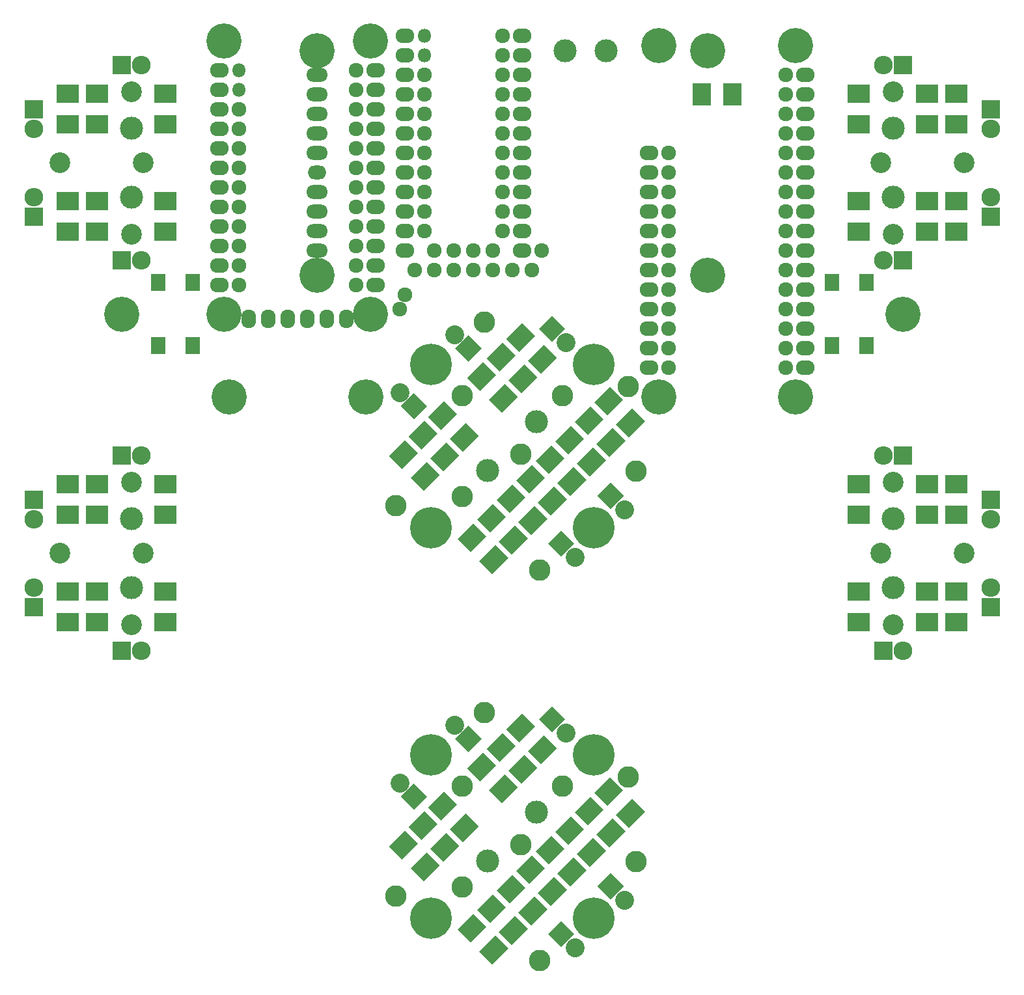
<source format=gbs>
%TF.GenerationSoftware,KiCad,Pcbnew,4.1.0-alpha+201609021633+7109~49~ubuntu16.04.1-product*%
%TF.CreationDate,2016-09-14T14:47:56+05:30*%
%TF.ProjectId,OTS2,4F5453322E6B696361645F7063620000,rev?*%
%TF.FileFunction,Soldermask,Bot*%
%FSLAX46Y46*%
G04 Gerber Fmt 4.6, Leading zero omitted, Abs format (unit mm)*
G04 Created by KiCad (PCBNEW 4.1.0-alpha+201609021633+7109~49~ubuntu16.04.1-product) date Wed Sep 14 14:47:56 2016*
%MOMM*%
%LPD*%
G01*
G04 APERTURE LIST*
%ADD10C,0.101600*%
%ADD11R,2.432000X2.432000*%
%ADD12O,2.432000X2.432000*%
%ADD13C,2.700000*%
%ADD14C,3.000000*%
%ADD15R,2.900000X2.400000*%
%ADD16C,2.432000*%
%ADD17C,2.800000*%
%ADD18C,5.400000*%
%ADD19O,2.813000X1.797000*%
%ADD20O,2.432000X1.797000*%
%ADD21C,4.572000*%
%ADD22O,2.432000X1.924000*%
%ADD23C,1.924000*%
%ADD24R,1.924000X2.178000*%
%ADD25O,1.924000X2.432000*%
%ADD26O,1.924000X1.924000*%
%ADD27O,1.797000X1.797000*%
%ADD28R,2.400000X2.900000*%
G04 APERTURE END LIST*
D10*
D11*
X154305000Y-98425000D03*
D12*
X154305000Y-95885000D03*
D13*
X140035000Y-91440000D03*
D14*
X141605000Y-95940000D03*
D13*
X141605000Y-100700000D03*
D14*
X141605000Y-86940000D03*
D13*
X141605000Y-82180000D03*
X150865000Y-91440000D03*
D10*
G36*
X102756953Y-122587563D02*
X104807563Y-120536953D01*
X106504619Y-122234009D01*
X104454009Y-124284619D01*
X102756953Y-122587563D01*
X102756953Y-122587563D01*
G37*
G36*
X105585381Y-125415991D02*
X107635991Y-123365381D01*
X109333047Y-125062437D01*
X107282437Y-127113047D01*
X105585381Y-125415991D01*
X105585381Y-125415991D01*
G37*
G36*
X97676953Y-127667563D02*
X99727563Y-125616953D01*
X101424619Y-127314009D01*
X99374009Y-129364619D01*
X97676953Y-127667563D01*
X97676953Y-127667563D01*
G37*
G36*
X100505381Y-130495991D02*
X102555991Y-128445381D01*
X104253047Y-130142437D01*
X102202437Y-132193047D01*
X100505381Y-130495991D01*
X100505381Y-130495991D01*
G37*
G36*
X106793047Y-127602437D02*
X104742437Y-129653047D01*
X103045381Y-127955991D01*
X105095991Y-125905381D01*
X106793047Y-127602437D01*
X106793047Y-127602437D01*
G37*
G36*
X103964619Y-124774009D02*
X101914009Y-126824619D01*
X100216953Y-125127563D01*
X102267563Y-123076953D01*
X103964619Y-124774009D01*
X103964619Y-124774009D01*
G37*
G36*
X101713047Y-132682437D02*
X99662437Y-134733047D01*
X97965381Y-133035991D01*
X100015991Y-130985381D01*
X101713047Y-132682437D01*
X101713047Y-132682437D01*
G37*
G36*
X98884619Y-129854009D02*
X96834009Y-131904619D01*
X95136953Y-130207563D01*
X97187563Y-128156953D01*
X98884619Y-129854009D01*
X98884619Y-129854009D01*
G37*
G36*
X92596953Y-132747563D02*
X94647563Y-130696953D01*
X96344619Y-132394009D01*
X94294009Y-134444619D01*
X92596953Y-132747563D01*
X92596953Y-132747563D01*
G37*
G36*
X95425381Y-135575991D02*
X97475991Y-133525381D01*
X99173047Y-135222437D01*
X97122437Y-137273047D01*
X95425381Y-135575991D01*
X95425381Y-135575991D01*
G37*
G36*
X96633047Y-137762437D02*
X94582437Y-139813047D01*
X92885381Y-138115991D01*
X94935991Y-136065381D01*
X96633047Y-137762437D01*
X96633047Y-137762437D01*
G37*
G36*
X93804619Y-134934009D02*
X91754009Y-136984619D01*
X90056953Y-135287563D01*
X92107563Y-133236953D01*
X93804619Y-134934009D01*
X93804619Y-134934009D01*
G37*
G36*
X94093047Y-140302437D02*
X92042437Y-142353047D01*
X90345381Y-140655991D01*
X92395991Y-138605381D01*
X94093047Y-140302437D01*
X94093047Y-140302437D01*
G37*
G36*
X91264619Y-137474009D02*
X89214009Y-139524619D01*
X87516953Y-137827563D01*
X89567563Y-135776953D01*
X91264619Y-137474009D01*
X91264619Y-137474009D01*
G37*
G36*
X87743047Y-126967437D02*
X85692437Y-129018047D01*
X83995381Y-127320991D01*
X86045991Y-125270381D01*
X87743047Y-126967437D01*
X87743047Y-126967437D01*
G37*
G36*
X84914619Y-124139009D02*
X82864009Y-126189619D01*
X81166953Y-124492563D01*
X83217563Y-122441953D01*
X84914619Y-124139009D01*
X84914619Y-124139009D01*
G37*
G36*
X76086953Y-129572563D02*
X78137563Y-127521953D01*
X79834619Y-129219009D01*
X77784009Y-131269619D01*
X76086953Y-129572563D01*
X76086953Y-129572563D01*
G37*
G36*
X78915381Y-132400991D02*
X80965991Y-130350381D01*
X82663047Y-132047437D01*
X80612437Y-134098047D01*
X78915381Y-132400991D01*
X78915381Y-132400991D01*
G37*
G36*
X84976953Y-140367563D02*
X87027563Y-138316953D01*
X88724619Y-140014009D01*
X86674009Y-142064619D01*
X84976953Y-140367563D01*
X84976953Y-140367563D01*
G37*
G36*
X87805381Y-143195991D02*
X89855991Y-141145381D01*
X91553047Y-142842437D01*
X89502437Y-144893047D01*
X87805381Y-143195991D01*
X87805381Y-143195991D01*
G37*
G36*
X85203047Y-129507437D02*
X83152437Y-131558047D01*
X81455381Y-129860991D01*
X83505991Y-127810381D01*
X85203047Y-129507437D01*
X85203047Y-129507437D01*
G37*
G36*
X82374619Y-126679009D02*
X80324009Y-128729619D01*
X78626953Y-127032563D01*
X80677563Y-124981953D01*
X82374619Y-126679009D01*
X82374619Y-126679009D01*
G37*
G36*
X95363047Y-119347437D02*
X93312437Y-121398047D01*
X91615381Y-119700991D01*
X93665991Y-117650381D01*
X95363047Y-119347437D01*
X95363047Y-119347437D01*
G37*
G36*
X92534619Y-116519009D02*
X90484009Y-118569619D01*
X88786953Y-116872563D01*
X90837563Y-114821953D01*
X92534619Y-116519009D01*
X92534619Y-116519009D01*
G37*
G36*
X91326953Y-114332563D02*
X93377563Y-112281953D01*
X95074619Y-113979009D01*
X93024009Y-116029619D01*
X91326953Y-114332563D01*
X91326953Y-114332563D01*
G37*
G36*
X94155381Y-117160991D02*
X96205991Y-115110381D01*
X97903047Y-116807437D01*
X95852437Y-118858047D01*
X94155381Y-117160991D01*
X94155381Y-117160991D01*
G37*
G36*
X86246953Y-119412563D02*
X88297563Y-117361953D01*
X89994619Y-119059009D01*
X87944009Y-121109619D01*
X86246953Y-119412563D01*
X86246953Y-119412563D01*
G37*
G36*
X89075381Y-122240991D02*
X91125991Y-120190381D01*
X92823047Y-121887437D01*
X90772437Y-123938047D01*
X89075381Y-122240991D01*
X89075381Y-122240991D01*
G37*
D15*
X38100000Y-82455000D03*
X38100000Y-86455000D03*
X46990000Y-82455000D03*
X46990000Y-86455000D03*
X38100000Y-96425000D03*
X38100000Y-100425000D03*
X34290000Y-82455000D03*
X34290000Y-86455000D03*
X46990000Y-96425000D03*
X46990000Y-100425000D03*
X34290000Y-96425000D03*
X34290000Y-100425000D03*
X149860000Y-100425000D03*
X149860000Y-96425000D03*
X146050000Y-100425000D03*
X146050000Y-96425000D03*
X149860000Y-86455000D03*
X149860000Y-82455000D03*
X137160000Y-100425000D03*
X137160000Y-96425000D03*
X137160000Y-86455000D03*
X137160000Y-82455000D03*
X146050000Y-86455000D03*
X146050000Y-82455000D03*
D13*
X44115000Y-91440000D03*
D14*
X42545000Y-86940000D03*
D13*
X42545000Y-82180000D03*
D14*
X42545000Y-95940000D03*
D13*
X42545000Y-100700000D03*
X33285000Y-91440000D03*
D11*
X29845000Y-98425000D03*
D12*
X29845000Y-95885000D03*
D11*
X29845000Y-84455000D03*
D12*
X29845000Y-86995000D03*
D11*
X41275000Y-78740000D03*
D12*
X43815000Y-78740000D03*
D11*
X41275000Y-104140000D03*
D12*
X43815000Y-104140000D03*
D11*
X154305000Y-84455000D03*
D12*
X154305000Y-86995000D03*
D11*
X140335000Y-104140000D03*
D12*
X142875000Y-104140000D03*
D11*
X142875000Y-78740000D03*
D12*
X140335000Y-78740000D03*
D10*
G36*
X79266040Y-121361378D02*
X80985724Y-123081062D01*
X79266040Y-124800746D01*
X77546356Y-123081062D01*
X79266040Y-121361378D01*
X79266040Y-121361378D01*
G37*
D16*
X77469989Y-121285011D02*
X77469989Y-121285011D01*
D17*
X93185158Y-129380158D03*
D18*
X81468398Y-117663398D03*
D17*
X85527191Y-134817809D03*
D18*
X102681602Y-138876602D03*
D17*
X98622809Y-121722191D03*
D18*
X81468398Y-138876602D03*
X102681602Y-117663398D03*
D14*
X88893019Y-131451981D03*
X95256981Y-125088019D03*
D17*
X76971199Y-136019890D03*
X85527191Y-121722191D03*
X88468755Y-112119681D03*
X95681245Y-144420319D03*
X108154608Y-131522691D03*
X107178801Y-120520110D03*
D10*
G36*
X98425000Y-142689684D02*
X96705316Y-140970000D01*
X98425000Y-139250316D01*
X100144684Y-140970000D01*
X98425000Y-142689684D01*
X98425000Y-142689684D01*
G37*
D16*
X100221051Y-142766051D02*
X100221051Y-142766051D01*
D10*
G36*
X86360000Y-113850316D02*
X88079684Y-115570000D01*
X86360000Y-117289684D01*
X84640316Y-115570000D01*
X86360000Y-113850316D01*
X86360000Y-113850316D01*
G37*
D16*
X84563949Y-113773949D02*
X84563949Y-113773949D01*
D10*
G36*
X104883949Y-136448633D02*
X103164265Y-134728949D01*
X104883949Y-133009265D01*
X106603633Y-134728949D01*
X104883949Y-136448633D01*
X104883949Y-136448633D01*
G37*
D16*
X106680000Y-136525000D02*
X106680000Y-136525000D01*
D10*
G36*
X97263949Y-114749684D02*
X95544265Y-113030000D01*
X97263949Y-111310316D01*
X98983633Y-113030000D01*
X97263949Y-114749684D01*
X97263949Y-114749684D01*
G37*
D16*
X99060000Y-114826051D02*
X99060000Y-114826051D01*
D17*
X93185158Y-78580158D03*
D18*
X81468398Y-66863398D03*
D17*
X85527191Y-84017809D03*
D18*
X102681602Y-88076602D03*
D17*
X98622809Y-70922191D03*
D18*
X81468398Y-88076602D03*
X102681602Y-66863398D03*
D14*
X88893019Y-80651981D03*
X95256981Y-74288019D03*
D17*
X76971199Y-85219890D03*
X85527191Y-70922191D03*
X88468755Y-61319681D03*
X95681245Y-93620319D03*
X108154608Y-80722691D03*
X107178801Y-69720110D03*
D19*
X66675000Y-29210000D03*
X66675000Y-31750000D03*
X66675000Y-34290000D03*
X66675000Y-36830000D03*
X66675000Y-39370000D03*
D20*
X66675000Y-41910000D03*
D19*
X66675000Y-44450000D03*
X66675000Y-46990000D03*
X66675000Y-49530000D03*
X66675000Y-52070000D03*
D21*
X66675000Y-55245000D03*
X117475000Y-55245000D03*
X117475000Y-26035000D03*
X66675000Y-26035000D03*
D22*
X109855000Y-67310000D03*
X109855000Y-64770000D03*
X109855000Y-62230000D03*
X109855000Y-59690000D03*
X109855000Y-57150000D03*
X109855000Y-54610000D03*
X109855000Y-52070000D03*
X109855000Y-49530000D03*
X109855000Y-46990000D03*
X109855000Y-44450000D03*
X109855000Y-41910000D03*
X109855000Y-39370000D03*
X130175000Y-29210000D03*
X130175000Y-31750000D03*
X130175000Y-34290000D03*
X130175000Y-36830000D03*
X130175000Y-39370000D03*
X130175000Y-41910000D03*
X130175000Y-44450000D03*
X130175000Y-46990000D03*
X130175000Y-49530000D03*
X130175000Y-52070000D03*
X130175000Y-54610000D03*
X130175000Y-57150000D03*
X130175000Y-59690000D03*
X130175000Y-62230000D03*
X130175000Y-64770000D03*
X130175000Y-67310000D03*
D21*
X111125000Y-25400000D03*
X128905000Y-25400000D03*
D23*
X112395000Y-67310000D03*
X112395000Y-64770000D03*
X112395000Y-62230000D03*
X112395000Y-59690000D03*
X112395000Y-57150000D03*
X112395000Y-54610000D03*
X112395000Y-52070000D03*
X112395000Y-49530000D03*
X112395000Y-46990000D03*
X112395000Y-44450000D03*
X112395000Y-41910000D03*
X112395000Y-39370000D03*
X127635000Y-29210000D03*
X127635000Y-31750000D03*
X127635000Y-34290000D03*
X127635000Y-36830000D03*
X127635000Y-39370000D03*
X127635000Y-41910000D03*
X127635000Y-44450000D03*
X127635000Y-46990000D03*
X127635000Y-49530000D03*
X127635000Y-52070000D03*
X127635000Y-54610000D03*
X127635000Y-57150000D03*
X127635000Y-59690000D03*
X127635000Y-62230000D03*
X127635000Y-64770000D03*
X127635000Y-67310000D03*
D21*
X111125000Y-71120000D03*
X128905000Y-71120000D03*
D24*
X138150600Y-56235600D03*
X138150600Y-64414400D03*
X133629400Y-64414400D03*
X133629400Y-56235600D03*
D22*
X74295000Y-28575000D03*
X74295000Y-31115000D03*
X74295000Y-33655000D03*
X74295000Y-36195000D03*
X74295000Y-38735000D03*
X74295000Y-41275000D03*
X74295000Y-43815000D03*
X74295000Y-46355000D03*
X74295000Y-48895000D03*
X74295000Y-51435000D03*
X74295000Y-53975000D03*
X74295000Y-56515000D03*
D25*
X70485000Y-60960000D03*
X67945000Y-60960000D03*
X65405000Y-60960000D03*
X62865000Y-60960000D03*
X60325000Y-60960000D03*
X57785000Y-60960000D03*
D22*
X53975000Y-56515000D03*
X53975000Y-53975000D03*
X53975000Y-51435000D03*
X53975000Y-48895000D03*
X53975000Y-46355000D03*
X53975000Y-43815000D03*
X53975000Y-41275000D03*
X53975000Y-38735000D03*
X53975000Y-36195000D03*
X53975000Y-33655000D03*
X53975000Y-31115000D03*
X53975000Y-28575000D03*
D21*
X73660000Y-60325000D03*
X54610000Y-60325000D03*
X54610000Y-24765000D03*
X73660000Y-24765000D03*
D26*
X71755000Y-28575000D03*
X71755000Y-31115000D03*
X71755000Y-33655000D03*
X71755000Y-36195000D03*
X71755000Y-38735000D03*
X71755000Y-41275000D03*
X71755000Y-43815000D03*
X71755000Y-46355000D03*
X71755000Y-48895000D03*
X71755000Y-51435000D03*
X71755000Y-53975000D03*
X71755000Y-56515000D03*
X56515000Y-56515000D03*
X56515000Y-53975000D03*
X56515000Y-51435000D03*
X56515000Y-48895000D03*
X56515000Y-46355000D03*
X56515000Y-43815000D03*
X56515000Y-41275000D03*
X56515000Y-38735000D03*
X56515000Y-36195000D03*
X56515000Y-33655000D03*
D27*
X56515000Y-31115000D03*
X56515000Y-28575000D03*
D21*
X73025000Y-71120000D03*
X55245000Y-71120000D03*
X142875000Y-60325000D03*
X41275000Y-60325000D03*
D15*
X146050000Y-35655000D03*
X146050000Y-31655000D03*
X149860000Y-35655000D03*
X149860000Y-31655000D03*
X137160000Y-35655000D03*
X137160000Y-31655000D03*
X38100000Y-45625000D03*
X38100000Y-49625000D03*
X34290000Y-45625000D03*
X34290000Y-49625000D03*
X46990000Y-45625000D03*
X46990000Y-49625000D03*
D10*
G36*
X94093047Y-89502437D02*
X92042437Y-91553047D01*
X90345381Y-89855991D01*
X92395991Y-87805381D01*
X94093047Y-89502437D01*
X94093047Y-89502437D01*
G37*
G36*
X91264619Y-86674009D02*
X89214009Y-88724619D01*
X87516953Y-87027563D01*
X89567563Y-84976953D01*
X91264619Y-86674009D01*
X91264619Y-86674009D01*
G37*
G36*
X85203047Y-78707437D02*
X83152437Y-80758047D01*
X81455381Y-79060991D01*
X83505991Y-77010381D01*
X85203047Y-78707437D01*
X85203047Y-78707437D01*
G37*
G36*
X82374619Y-75879009D02*
X80324009Y-77929619D01*
X78626953Y-76232563D01*
X80677563Y-74181953D01*
X82374619Y-75879009D01*
X82374619Y-75879009D01*
G37*
G36*
X91326953Y-63532563D02*
X93377563Y-61481953D01*
X95074619Y-63179009D01*
X93024009Y-65229619D01*
X91326953Y-63532563D01*
X91326953Y-63532563D01*
G37*
G36*
X94155381Y-66360991D02*
X96205991Y-64310381D01*
X97903047Y-66007437D01*
X95852437Y-68058047D01*
X94155381Y-66360991D01*
X94155381Y-66360991D01*
G37*
G36*
X102756953Y-71787563D02*
X104807563Y-69736953D01*
X106504619Y-71434009D01*
X104454009Y-73484619D01*
X102756953Y-71787563D01*
X102756953Y-71787563D01*
G37*
G36*
X105585381Y-74615991D02*
X107635991Y-72565381D01*
X109333047Y-74262437D01*
X107282437Y-76313047D01*
X105585381Y-74615991D01*
X105585381Y-74615991D01*
G37*
G36*
X92596953Y-81947563D02*
X94647563Y-79896953D01*
X96344619Y-81594009D01*
X94294009Y-83644619D01*
X92596953Y-81947563D01*
X92596953Y-81947563D01*
G37*
G36*
X95425381Y-84775991D02*
X97475991Y-82725381D01*
X99173047Y-84422437D01*
X97122437Y-86473047D01*
X95425381Y-84775991D01*
X95425381Y-84775991D01*
G37*
G36*
X86246953Y-68612563D02*
X88297563Y-66561953D01*
X89994619Y-68259009D01*
X87944009Y-70309619D01*
X86246953Y-68612563D01*
X86246953Y-68612563D01*
G37*
G36*
X89075381Y-71440991D02*
X91125991Y-69390381D01*
X92823047Y-71087437D01*
X90772437Y-73138047D01*
X89075381Y-71440991D01*
X89075381Y-71440991D01*
G37*
G36*
X97676953Y-76867563D02*
X99727563Y-74816953D01*
X101424619Y-76514009D01*
X99374009Y-78564619D01*
X97676953Y-76867563D01*
X97676953Y-76867563D01*
G37*
G36*
X100505381Y-79695991D02*
X102555991Y-77645381D01*
X104253047Y-79342437D01*
X102202437Y-81393047D01*
X100505381Y-79695991D01*
X100505381Y-79695991D01*
G37*
D15*
X146050000Y-49625000D03*
X146050000Y-45625000D03*
X149860000Y-49625000D03*
X149860000Y-45625000D03*
X137160000Y-49625000D03*
X137160000Y-45625000D03*
X38100000Y-31655000D03*
X38100000Y-35655000D03*
X34290000Y-31655000D03*
X34290000Y-35655000D03*
X46990000Y-31655000D03*
X46990000Y-35655000D03*
D10*
G36*
X84976953Y-89567563D02*
X87027563Y-87516953D01*
X88724619Y-89214009D01*
X86674009Y-91264619D01*
X84976953Y-89567563D01*
X84976953Y-89567563D01*
G37*
G36*
X87805381Y-92395991D02*
X89855991Y-90345381D01*
X91553047Y-92042437D01*
X89502437Y-94093047D01*
X87805381Y-92395991D01*
X87805381Y-92395991D01*
G37*
G36*
X76086953Y-78772563D02*
X78137563Y-76721953D01*
X79834619Y-78419009D01*
X77784009Y-80469619D01*
X76086953Y-78772563D01*
X76086953Y-78772563D01*
G37*
G36*
X78915381Y-81600991D02*
X80965991Y-79550381D01*
X82663047Y-81247437D01*
X80612437Y-83298047D01*
X78915381Y-81600991D01*
X78915381Y-81600991D01*
G37*
G36*
X95363047Y-68547437D02*
X93312437Y-70598047D01*
X91615381Y-68900991D01*
X93665991Y-66850381D01*
X95363047Y-68547437D01*
X95363047Y-68547437D01*
G37*
G36*
X92534619Y-65719009D02*
X90484009Y-67769619D01*
X88786953Y-66072563D01*
X90837563Y-64021953D01*
X92534619Y-65719009D01*
X92534619Y-65719009D01*
G37*
G36*
X106793047Y-76802437D02*
X104742437Y-78853047D01*
X103045381Y-77155991D01*
X105095991Y-75105381D01*
X106793047Y-76802437D01*
X106793047Y-76802437D01*
G37*
G36*
X103964619Y-73974009D02*
X101914009Y-76024619D01*
X100216953Y-74327563D01*
X102267563Y-72276953D01*
X103964619Y-73974009D01*
X103964619Y-73974009D01*
G37*
G36*
X96633047Y-86962437D02*
X94582437Y-89013047D01*
X92885381Y-87315991D01*
X94935991Y-85265381D01*
X96633047Y-86962437D01*
X96633047Y-86962437D01*
G37*
G36*
X93804619Y-84134009D02*
X91754009Y-86184619D01*
X90056953Y-84487563D01*
X92107563Y-82436953D01*
X93804619Y-84134009D01*
X93804619Y-84134009D01*
G37*
G36*
X87743047Y-76167437D02*
X85692437Y-78218047D01*
X83995381Y-76520991D01*
X86045991Y-74470381D01*
X87743047Y-76167437D01*
X87743047Y-76167437D01*
G37*
G36*
X84914619Y-73339009D02*
X82864009Y-75389619D01*
X81166953Y-73692563D01*
X83217563Y-71641953D01*
X84914619Y-73339009D01*
X84914619Y-73339009D01*
G37*
G36*
X101713047Y-81882437D02*
X99662437Y-83933047D01*
X97965381Y-82235991D01*
X100015991Y-80185381D01*
X101713047Y-81882437D01*
X101713047Y-81882437D01*
G37*
G36*
X98884619Y-79054009D02*
X96834009Y-81104619D01*
X95136953Y-79407563D01*
X97187563Y-77356953D01*
X98884619Y-79054009D01*
X98884619Y-79054009D01*
G37*
D28*
X120745000Y-31750000D03*
X116745000Y-31750000D03*
D13*
X44115000Y-40640000D03*
D14*
X42545000Y-36140000D03*
D13*
X42545000Y-31380000D03*
D14*
X42545000Y-45140000D03*
D13*
X42545000Y-49900000D03*
X33285000Y-40640000D03*
X140035000Y-40640000D03*
D14*
X141605000Y-45140000D03*
D13*
X141605000Y-49900000D03*
D14*
X141605000Y-36140000D03*
D13*
X141605000Y-31380000D03*
X150865000Y-40640000D03*
D22*
X93345000Y-24130000D03*
X93345000Y-26670000D03*
X93345000Y-29210000D03*
X93345000Y-31750000D03*
X93345000Y-34290000D03*
X93345000Y-36830000D03*
X93345000Y-39370000D03*
X93345000Y-41910000D03*
X93345000Y-44450000D03*
X93345000Y-46990000D03*
X93345000Y-49530000D03*
X93345000Y-52070000D03*
D26*
X92075000Y-54610000D03*
X89535000Y-54610000D03*
X86995000Y-54610000D03*
X84455000Y-54610000D03*
X81915000Y-54610000D03*
X79375000Y-54610000D03*
D22*
X78105000Y-52069999D03*
X78105000Y-49530000D03*
X78105000Y-46990000D03*
X78105000Y-44450000D03*
X78105000Y-41910000D03*
X78105000Y-39370000D03*
X78105000Y-36830000D03*
X78105000Y-34290000D03*
X78105000Y-31750000D03*
X78105000Y-29210000D03*
X78105000Y-26670000D03*
X78105000Y-24130000D03*
D26*
X90805000Y-24130000D03*
X90805000Y-26670000D03*
X90805000Y-29210000D03*
X90805000Y-31750000D03*
X90805000Y-34290000D03*
X90805000Y-36830000D03*
X90805000Y-39370000D03*
X90805000Y-41910000D03*
X90805000Y-44450000D03*
X90805000Y-46990000D03*
X90805000Y-49530000D03*
X95885000Y-52070000D03*
X94615000Y-54610000D03*
X89535000Y-52070000D03*
X86995000Y-52070000D03*
X84455000Y-52070000D03*
X81915000Y-52070000D03*
X80645000Y-49530000D03*
X78105000Y-57785000D03*
X77470000Y-59690000D03*
X80645000Y-46990000D03*
X80645000Y-44450000D03*
X80645000Y-41910000D03*
X80645000Y-39370000D03*
X80645000Y-36830000D03*
X80645000Y-34290000D03*
X80645000Y-31750000D03*
X80645000Y-29210000D03*
D27*
X80645000Y-26670000D03*
X80645000Y-24130000D03*
D14*
X98950000Y-26035000D03*
X104250000Y-26035000D03*
D24*
X50520600Y-56235600D03*
X50520600Y-64414400D03*
X45999400Y-64414400D03*
X45999400Y-56235600D03*
D10*
G36*
X104883949Y-85648633D02*
X103164265Y-83928949D01*
X104883949Y-82209265D01*
X106603633Y-83928949D01*
X104883949Y-85648633D01*
X104883949Y-85648633D01*
G37*
D16*
X106680000Y-85725000D02*
X106680000Y-85725000D01*
D10*
G36*
X98425000Y-91889684D02*
X96705316Y-90170000D01*
X98425000Y-88450316D01*
X100144684Y-90170000D01*
X98425000Y-91889684D01*
X98425000Y-91889684D01*
G37*
D16*
X100221051Y-91966051D02*
X100221051Y-91966051D01*
D10*
G36*
X86360000Y-63050316D02*
X88079684Y-64770000D01*
X86360000Y-66489684D01*
X84640316Y-64770000D01*
X86360000Y-63050316D01*
X86360000Y-63050316D01*
G37*
D16*
X84563949Y-62973949D02*
X84563949Y-62973949D01*
D10*
G36*
X79266040Y-70561378D02*
X80985724Y-72281062D01*
X79266040Y-74000746D01*
X77546356Y-72281062D01*
X79266040Y-70561378D01*
X79266040Y-70561378D01*
G37*
D16*
X77469989Y-70485011D02*
X77469989Y-70485011D01*
D11*
X29845000Y-47625000D03*
D12*
X29845000Y-45085000D03*
D11*
X41275000Y-27940000D03*
D12*
X43815000Y-27940000D03*
D11*
X41275000Y-53340000D03*
D12*
X43815000Y-53340000D03*
D11*
X29845000Y-33655000D03*
D12*
X29845000Y-36195000D03*
D11*
X154305000Y-33655000D03*
D12*
X154305000Y-36195000D03*
D11*
X142875000Y-27940000D03*
D12*
X140335000Y-27940000D03*
D11*
X154305000Y-47625000D03*
D12*
X154305000Y-45085000D03*
D11*
X142875000Y-53340000D03*
D12*
X140335000Y-53340000D03*
D10*
G36*
X97263949Y-63949684D02*
X95544265Y-62230000D01*
X97263949Y-60510316D01*
X98983633Y-62230000D01*
X97263949Y-63949684D01*
X97263949Y-63949684D01*
G37*
D16*
X99060000Y-64026051D02*
X99060000Y-64026051D01*
M02*

</source>
